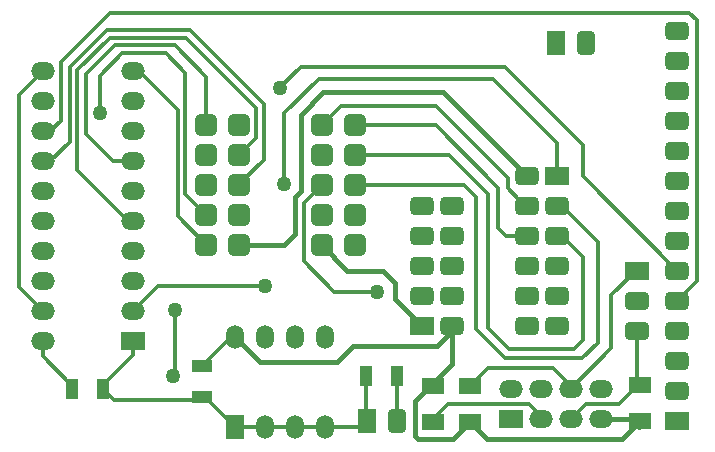
<source format=gtl>
G04 Layer_Physical_Order=1*
G04 Layer_Color=25308*
%FSLAX42Y42*%
%MOMM*%
G71*
G01*
G75*
%ADD10R,1.10X1.70*%
%ADD11R,1.90X1.45*%
%ADD12R,1.70X1.10*%
%ADD13C,0.30*%
%ADD14C,0.40*%
%ADD15C,0.35*%
G04:AMPARAMS|DCode=16|XSize=1.52mm|YSize=2.03mm|CornerRadius=0.38mm|HoleSize=0mm|Usage=FLASHONLY|Rotation=0.000|XOffset=0mm|YOffset=0mm|HoleType=Round|Shape=RoundedRectangle|*
%AMROUNDEDRECTD16*
21,1,1.52,1.27,0,0,0.0*
21,1,0.76,2.03,0,0,0.0*
1,1,0.76,0.38,-0.64*
1,1,0.76,-0.38,-0.64*
1,1,0.76,-0.38,0.64*
1,1,0.76,0.38,0.64*
%
%ADD16ROUNDEDRECTD16*%
%ADD17R,1.52X2.03*%
G04:AMPARAMS|DCode=18|XSize=1.52mm|YSize=2mm|CornerRadius=0.38mm|HoleSize=0mm|Usage=FLASHONLY|Rotation=90.000|XOffset=0mm|YOffset=0mm|HoleType=Round|Shape=RoundedRectangle|*
%AMROUNDEDRECTD18*
21,1,1.52,1.24,0,0,90.0*
21,1,0.76,2.00,0,0,90.0*
1,1,0.76,0.62,0.38*
1,1,0.76,0.62,-0.38*
1,1,0.76,-0.62,-0.38*
1,1,0.76,-0.62,0.38*
%
%ADD18ROUNDEDRECTD18*%
%ADD19R,2.00X1.52*%
%ADD20O,2.00X1.50*%
%ADD21R,2.00X1.50*%
G04:AMPARAMS|DCode=22|XSize=1.52mm|YSize=2.03mm|CornerRadius=0.38mm|HoleSize=0mm|Usage=FLASHONLY|Rotation=270.000|XOffset=0mm|YOffset=0mm|HoleType=Round|Shape=RoundedRectangle|*
%AMROUNDEDRECTD22*
21,1,1.52,1.27,0,0,270.0*
21,1,0.76,2.03,0,0,270.0*
1,1,0.76,-0.64,-0.38*
1,1,0.76,-0.64,0.38*
1,1,0.76,0.64,0.38*
1,1,0.76,0.64,-0.38*
%
%ADD22ROUNDEDRECTD22*%
%ADD23R,2.03X1.52*%
%ADD24O,2.00X1.52*%
%ADD25R,2.00X1.52*%
%ADD26O,1.50X2.00*%
%ADD27R,1.50X2.00*%
G04:AMPARAMS|DCode=28|XSize=1.88mm|YSize=1.88mm|CornerRadius=0.47mm|HoleSize=0mm|Usage=FLASHONLY|Rotation=270.000|XOffset=0mm|YOffset=0mm|HoleType=Round|Shape=RoundedRectangle|*
%AMROUNDEDRECTD28*
21,1,1.88,0.94,0,0,270.0*
21,1,0.94,1.88,0,0,270.0*
1,1,0.94,-0.47,-0.47*
1,1,0.94,-0.47,0.47*
1,1,0.94,0.47,0.47*
1,1,0.94,0.47,-0.47*
%
%ADD28ROUNDEDRECTD28*%
%ADD29C,1.27*%
D10*
X3172Y597D02*
D03*
X3432D02*
D03*
X943Y483D02*
D03*
X683D02*
D03*
D11*
X4051Y203D02*
D03*
Y508D02*
D03*
X3732Y508D02*
D03*
Y203D02*
D03*
X5486Y216D02*
D03*
Y521D02*
D03*
D12*
X1778Y676D02*
D03*
Y416D02*
D03*
D13*
X5906Y3670D02*
X5969Y3607D01*
X1003Y3670D02*
X5906D01*
X584Y3251D02*
X1003Y3670D01*
X725Y2335D02*
X1156Y1905D01*
X229Y1346D02*
X432Y1143D01*
X229Y1346D02*
Y2972D01*
X432Y3175D01*
X495Y2667D02*
X584Y2756D01*
X495Y2413D02*
X660Y2578D01*
X432Y2413D02*
X495D01*
X801Y2641D02*
X1029Y2413D01*
X432Y2667D02*
X495D01*
X3172Y219D02*
X3175Y216D01*
X3172Y219D02*
Y597D01*
X3429Y594D02*
X3432Y597D01*
X3429Y216D02*
Y594D01*
X3124Y165D02*
X3175Y216D01*
X2896Y1308D02*
X3264D01*
X2640Y1564D02*
X2896Y1308D01*
X1549Y610D02*
Y1156D01*
X1537Y597D02*
X1549Y610D01*
X1410Y1359D02*
X1410Y1359D01*
X1194Y1143D02*
X1410Y1359D01*
X1410Y1359D02*
X2311D01*
X1573Y1945D02*
Y2846D01*
X1245Y3175D02*
X1573Y2846D01*
X1194Y3175D02*
X1245D01*
X1573Y1945D02*
X1816Y1702D01*
X1638Y2134D02*
Y3162D01*
Y2134D02*
X1816Y1956D01*
X2239Y2608D02*
Y2866D01*
X2640Y1564D02*
Y2055D01*
X2794Y2210D01*
X2096Y2217D02*
X2304Y2426D01*
Y2893D01*
X2096Y2464D02*
X2239Y2608D01*
X2311Y165D02*
X2565D01*
X2819D01*
X3124D01*
X2057D02*
X2311D01*
X1756Y394D02*
X1778Y416D01*
X1194Y769D02*
Y889D01*
X1806Y416D02*
X2057Y165D01*
X1778Y416D02*
X1806D01*
X1778Y676D02*
X2029Y927D01*
X2057D01*
X5969Y1397D02*
Y3607D01*
X5804Y1232D02*
X5969Y1397D01*
X419Y2667D02*
X432D01*
X4201Y658D02*
X4750D01*
X4051Y508D02*
X4201Y658D01*
X4348Y745D02*
X5000D01*
X4381Y826D02*
X4928D01*
X2769Y3111D02*
X4242D01*
X3765Y2877D02*
X4369Y2273D01*
X2953Y2877D02*
X3765D01*
X2838Y2761D02*
X2953Y2877D01*
X1156Y1905D02*
X1194D01*
X3708Y203D02*
X3862Y357D01*
X4545D01*
X4648Y231D02*
Y254D01*
X4289Y1845D02*
X4356Y1778D01*
X4369Y2184D02*
Y2273D01*
Y2184D02*
X4458Y2095D01*
X4289Y1845D02*
Y2188D01*
X3759Y2718D02*
X4289Y2188D01*
X5030Y358D02*
X5314D01*
X4343Y3213D02*
X5004Y2553D01*
X2616Y3213D02*
X4343D01*
X2451Y3048D02*
X2616Y3213D01*
X4242Y3111D02*
X4788Y2565D01*
X4102Y992D02*
Y2108D01*
X4000Y2210D02*
X4102Y2108D01*
X3073Y2210D02*
X4000D01*
X3873Y2464D02*
X4204Y2134D01*
X3073Y2464D02*
X3873D01*
X4204Y1003D02*
Y2134D01*
X3073Y2718D02*
X3759D01*
X4458Y2095D02*
X4508D01*
X4534Y2032D02*
Y2070D01*
X4508Y2095D02*
X4534Y2070D01*
X5004Y902D02*
Y1600D01*
X4928Y826D02*
X5004Y902D01*
X5131Y876D02*
Y1727D01*
X5000Y745D02*
X5131Y876D01*
X4826Y1778D02*
X5004Y1600D01*
X4204Y1003D02*
X4381Y826D01*
X4826Y2032D02*
X5131Y1727D01*
X5461Y952D02*
X5486Y978D01*
X5461Y506D02*
Y952D01*
X5314Y358D02*
X5461Y506D01*
X1029Y2413D02*
X1194D01*
X1816Y2718D02*
Y3124D01*
X2096Y2210D02*
Y2217D01*
X4102Y992D02*
X4348Y745D01*
X4788Y1778D02*
X4826D01*
X4788Y2032D02*
X4826D01*
X5245Y827D02*
Y1281D01*
X5451Y1486D02*
X5486D01*
X5245Y1281D02*
X5451Y1486D01*
X4902Y485D02*
Y506D01*
X5484Y154D02*
X5486Y152D01*
X665Y465D02*
Y529D01*
X432Y762D02*
X665Y529D01*
X432Y762D02*
Y889D01*
X4788Y2286D02*
Y2565D01*
X4356Y1778D02*
X4534D01*
X2838Y2702D02*
Y2761D01*
X2808Y2732D02*
X2838Y2702D01*
X2808Y2732D02*
Y2732D01*
X2794Y2718D02*
X2808Y2732D01*
X908Y483D02*
X1194Y769D01*
X943Y483D02*
X1032Y394D01*
X1756D01*
X5004Y2286D02*
Y2553D01*
Y2286D02*
X5804Y1486D01*
X660Y2578D02*
Y3209D01*
X725Y2335D02*
Y3183D01*
X801Y2641D02*
Y3150D01*
X584Y2756D02*
Y3251D01*
X914Y2819D02*
Y3137D01*
X1105Y3327D01*
X1473D01*
X1638Y3162D01*
X973Y3522D02*
X1676D01*
X1000Y3457D02*
X1648D01*
X1043Y3392D02*
X1548D01*
X801Y3150D02*
X1043Y3392D01*
X1548D02*
X1816Y3124D01*
X725Y3183D02*
X1000Y3457D01*
X1648D02*
X2239Y2866D01*
X660Y3209D02*
X973Y3522D01*
X1676D02*
X2304Y2893D01*
X2476Y2223D02*
Y2819D01*
X2769Y3111D01*
D14*
X3582Y88D02*
Y381D01*
Y88D02*
X3610Y61D01*
X3909D01*
X3582Y381D02*
X3899Y699D01*
X2477Y1702D02*
X2570Y1795D01*
X2096Y1702D02*
X2477D01*
X2273Y711D02*
X2921D01*
X2057Y927D02*
X2273Y711D01*
X3772Y851D02*
X3899Y978D01*
X3061Y851D02*
X3772D01*
X2921Y711D02*
X3061Y851D01*
X3899Y699D02*
Y978D01*
Y1016D01*
X2794Y1702D02*
X3010Y1486D01*
X3315D01*
X3416Y1384D01*
Y1245D02*
Y1384D01*
Y1245D02*
X3645Y1016D01*
X3823Y2997D02*
X4534Y2286D01*
X2807Y2997D02*
X3823D01*
X2616Y2807D02*
X2807Y2997D01*
X5472Y231D02*
X5486Y216D01*
X5156Y231D02*
X5472D01*
X5334Y63D02*
X5486Y216D01*
X4191Y63D02*
X5334D01*
X4051Y203D02*
X4191Y63D01*
X3909Y61D02*
X4051Y203D01*
X2570Y1795D02*
Y2112D01*
X2616Y2159D01*
Y2807D01*
D15*
X4750Y658D02*
X4902Y506D01*
X4545Y357D02*
X4648Y254D01*
X4902Y231D02*
X5030Y358D01*
X4902Y485D02*
X5245Y827D01*
D16*
X3429Y216D02*
D03*
X5029Y3416D02*
D03*
D17*
X3175Y216D02*
D03*
X4775Y3416D02*
D03*
D18*
X5804Y1486D02*
D03*
Y1232D02*
D03*
Y470D02*
D03*
Y724D02*
D03*
Y978D02*
D03*
Y2248D02*
D03*
Y1994D02*
D03*
Y1740D02*
D03*
Y2502D02*
D03*
Y2756D02*
D03*
Y3518D02*
D03*
Y3264D02*
D03*
Y3010D02*
D03*
X3899Y1778D02*
D03*
Y1524D02*
D03*
X3645Y1778D02*
D03*
Y1524D02*
D03*
X3899Y1270D02*
D03*
Y1016D02*
D03*
X3645Y1270D02*
D03*
Y2032D02*
D03*
X3899D02*
D03*
X4534Y1524D02*
D03*
Y1778D02*
D03*
X4788Y1524D02*
D03*
Y1778D02*
D03*
X4534Y2032D02*
D03*
Y2286D02*
D03*
X4788Y2032D02*
D03*
Y1270D02*
D03*
Y1016D02*
D03*
X4534Y1270D02*
D03*
Y1016D02*
D03*
D19*
X5804Y216D02*
D03*
X3645Y1016D02*
D03*
X4788Y2286D02*
D03*
D20*
X432Y3175D02*
D03*
Y2921D02*
D03*
Y2667D02*
D03*
Y2413D02*
D03*
Y2159D02*
D03*
Y1905D02*
D03*
Y1651D02*
D03*
Y1397D02*
D03*
Y1143D02*
D03*
Y889D02*
D03*
X1194Y3175D02*
D03*
Y2921D02*
D03*
Y2667D02*
D03*
Y2413D02*
D03*
Y2159D02*
D03*
Y1905D02*
D03*
Y1651D02*
D03*
Y1397D02*
D03*
Y1143D02*
D03*
D21*
Y889D02*
D03*
D22*
X5461Y978D02*
D03*
Y1232D02*
D03*
D23*
Y1486D02*
D03*
D24*
X5156Y485D02*
D03*
Y231D02*
D03*
X4902Y485D02*
D03*
Y231D02*
D03*
X4648Y485D02*
D03*
Y231D02*
D03*
X4394Y485D02*
D03*
D25*
Y231D02*
D03*
D26*
X2819Y927D02*
D03*
X2565D02*
D03*
X2311D02*
D03*
X2057D02*
D03*
X2819Y165D02*
D03*
X2565D02*
D03*
X2311D02*
D03*
D27*
X2057D02*
D03*
D28*
X1816Y2718D02*
D03*
X2096D02*
D03*
X1816Y2464D02*
D03*
X2096D02*
D03*
X1816Y2210D02*
D03*
X2096D02*
D03*
X1816Y1956D02*
D03*
X2096D02*
D03*
X1816Y1702D02*
D03*
X2096D02*
D03*
X3073D02*
D03*
X2794D02*
D03*
X3073Y1956D02*
D03*
X2794D02*
D03*
X3073Y2210D02*
D03*
X2794D02*
D03*
X3073Y2464D02*
D03*
X2794D02*
D03*
X3073Y2718D02*
D03*
X2794D02*
D03*
D29*
X914Y2819D02*
D03*
X2476Y2223D02*
D03*
X1549Y1156D02*
D03*
X3264Y1308D02*
D03*
X1537Y597D02*
D03*
X2311Y1359D02*
D03*
X2438Y3035D02*
D03*
M02*

</source>
